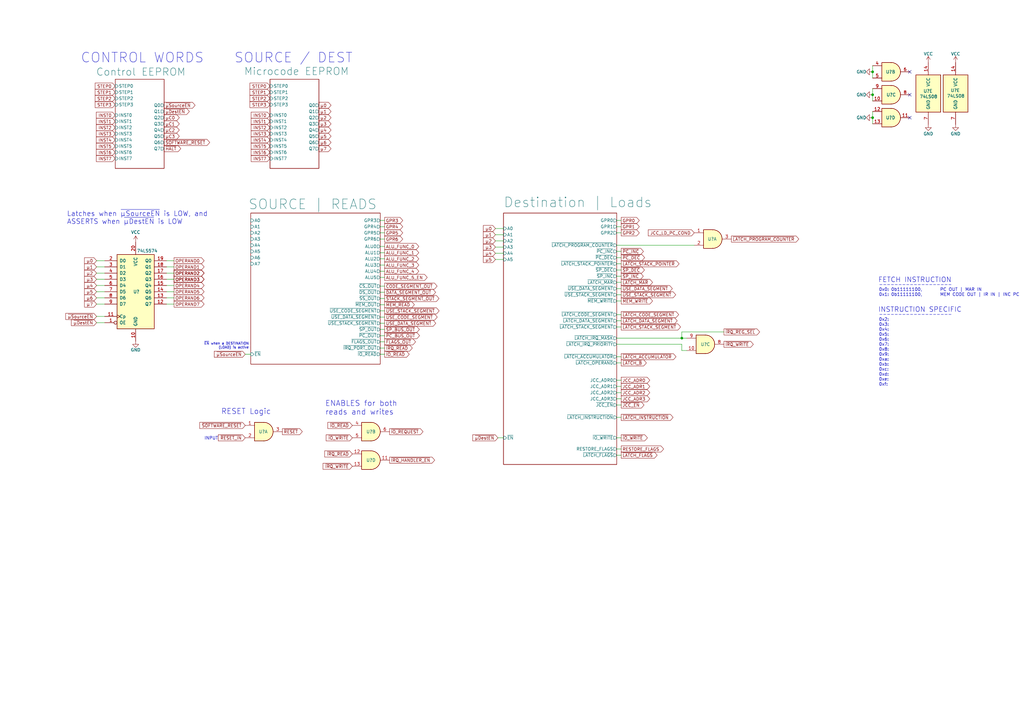
<source format=kicad_sch>
(kicad_sch (version 20211123) (generator eeschema)
  (paper "A3")
  (lib_symbols
    (symbol "74xx:74LS08" (pin_names (offset 1.016))
      (property "Reference" "U" (at 0 1.27 0))
      (property "Value" "74LS08" (at 0 -1.27 0))
      (symbol "74LS08_1_1"
        (arc (start 0 -3.81) (mid 3.81 0) (end 0 3.81) (stroke (width 0.254)) (fill (type background)))
        (polyline (pts (xy 0 3.81) (xy -3.81 3.81) (xy -3.81 -3.81) (xy 0 -3.81)) (stroke (width 0.254)) (fill (type background)))
        (pin input line (at -7.62 2.54 0) (length 3.81) (name "~") (number "1"))
        (pin input line (at -7.62 -2.54 0) (length 3.81) (name "~") (number "2"))
        (pin output line (at 7.62 0 180) (length 3.81) (name "~") (number "3"))
      )
      (symbol "74LS08_1_2"
        (arc (start -3.81 -3.81) (mid -2.589 0) (end -3.81 3.81) (stroke (width 0.254)))
        (arc (start -0.6096 -3.81) (mid 2.1855 -2.584) (end 3.81 0) (stroke (width 0.254)) (fill (type background)))
        (polyline (pts (xy -3.81 -3.81) (xy -0.635 -3.81)) (stroke (width 0.254)) (fill (type background)))
        (polyline (pts (xy -3.81 3.81) (xy -0.635 3.81)) (stroke (width 0.254)) (fill (type background)))
        (polyline (pts (xy -0.635 3.81) (xy -3.81 3.81) (xy -3.81 3.81) (xy -3.556 3.4036) (xy -3.0226 2.2606) (xy -2.6924 1.0414) (xy -2.6162 -0.254) (xy -2.7686 -1.4986) (xy -3.175 -2.7178) (xy -3.81 -3.81) (xy -3.81 -3.81) (xy -0.635 -3.81)) (stroke (width -25.4)) (fill (type background)))
        (arc (start 3.81 0) (mid 2.1928 2.5925) (end -0.6096 3.81) (stroke (width 0.254)) (fill (type background)))
        (pin input inverted (at -7.62 2.54 0) (length 4.318) (name "~") (number "1"))
        (pin input inverted (at -7.62 -2.54 0) (length 4.318) (name "~") (number "2"))
        (pin output inverted (at 7.62 0 180) (length 3.81) (name "~") (number "3"))
      )
      (symbol "74LS08_2_1"
        (arc (start 0 -3.81) (mid 3.81 0) (end 0 3.81) (stroke (width 0.254)) (fill (type background)))
        (polyline (pts (xy 0 3.81) (xy -3.81 3.81) (xy -3.81 -3.81) (xy 0 -3.81)) (stroke (width 0.254)) (fill (type background)))
        (pin input line (at -7.62 2.54 0) (length 3.81) (name "~") (number "4"))
        (pin input line (at -7.62 -2.54 0) (length 3.81) (name "~") (number "5"))
        (pin output line (at 7.62 0 180) (length 3.81) (name "~") (number "6"))
      )
      (symbol "74LS08_2_2"
        (arc (start -3.81 -3.81) (mid -2.589 0) (end -3.81 3.81) (stroke (width 0.254)))
        (arc (start -0.6096 -3.81) (mid 2.1855 -2.584) (end 3.81 0) (stroke (width 0.254)) (fill (type background)))
        (polyline (pts (xy -3.81 -3.81) (xy -0.635 -3.81)) (stroke (width 0.254)) (fill (type background)))
        (polyline (pts (xy -3.81 3.81) (xy -0.635 3.81)) (stroke (width 0.254)) (fill (type background)))
        (polyline (pts (xy -0.635 3.81) (xy -3.81 3.81) (xy -3.81 3.81) (xy -3.556 3.4036) (xy -3.0226 2.2606) (xy -2.6924 1.0414) (xy -2.6162 -0.254) (xy -2.7686 -1.4986) (xy -3.175 -2.7178) (xy -3.81 -3.81) (xy -3.81 -3.81) (xy -0.635 -3.81)) (stroke (width -25.4)) (fill (type background)))
        (arc (start 3.81 0) (mid 2.1928 2.5925) (end -0.6096 3.81) (stroke (width 0.254)) (fill (type background)))
        (pin input inverted (at -7.62 2.54 0) (length 4.318) (name "~") (number "4"))
        (pin input inverted (at -7.62 -2.54 0) (length 4.318) (name "~") (number "5"))
        (pin output inverted (at 7.62 0 180) (length 3.81) (name "~") (number "6"))
      )
      (symbol "74LS08_3_1"
        (arc (start 0 -3.81) (mid 3.81 0) (end 0 3.81) (stroke (width 0.254)) (fill (type background)))
        (polyline (pts (xy 0 3.81) (xy -3.81 3.81) (xy -3.81 -3.81) (xy 0 -3.81)) (stroke (width 0.254)) (fill (type background)))
        (pin input line (at -7.62 -2.54 0) (length 3.81) (name "~") (number "10"))
        (pin output line (at 7.62 0 180) (length 3.81) (name "~") (number "8"))
        (pin input line (at -7.62 2.54 0) (length 3.81) (name "~") (number "9"))
      )
      (symbol "74LS08_3_2"
        (arc (start -3.81 -3.81) (mid -2.589 0) (end -3.81 3.81) (stroke (width 0.254)))
        (arc (start -0.6096 -3.81) (mid 2.1855 -2.584) (end 3.81 0) (stroke (width 0.254)) (fill (type background)))
        (polyline (pts (xy -3.81 -3.81) (xy -0.635 -3.81)) (stroke (width 0.254)) (fill (type background)))
        (polyline (pts (xy -3.81 3.81) (xy -0.635 3.81)) (stroke (width 0.254)) (fill (type background)))
        (polyline (pts (xy -0.635 3.81) (xy -3.81 3.81) (xy -3.81 3.81) (xy -3.556 3.4036) (xy -3.0226 2.2606) (xy -2.6924 1.0414) (xy -2.6162 -0.254) (xy -2.7686 -1.4986) (xy -3.175 -2.7178) (xy -3.81 -3.81) (xy -3.81 -3.81) (xy -0.635 -3.81)) (stroke (width -25.4)) (fill (type background)))
        (arc (start 3.81 0) (mid 2.1928 2.5925) (end -0.6096 3.81) (stroke (width 0.254)) (fill (type background)))
        (pin input inverted (at -7.62 -2.54 0) (length 4.318) (name "~") (number "10"))
        (pin output inverted (at 7.62 0 180) (length 3.81) (name "~") (number "8"))
        (pin input inverted (at -7.62 2.54 0) (length 4.318) (name "~") (number "9"))
      )
      (symbol "74LS08_4_1"
        (arc (start 0 -3.81) (mid 3.81 0) (end 0 3.81) (stroke (width 0.254)) (fill (type background)))
        (polyline (pts (xy 0 3.81) (xy -3.81 3.81) (xy -3.81 -3.81) (xy 0 -3.81)) (stroke (width 0.254)) (fill (type background)))
        (pin output line (at 7.62 0 180) (length 3.81) (name "~") (number "11"))
        (pin input line (at -7.62 2.54 0) (length 3.81) (name "~") (number "12"))
        (pin input line (at -7.62 -2.54 0) (length 3.81) (name "~") (number "13"))
      )
      (symbol "74LS08_4_2"
        (arc (start -3.81 -3.81) (mid -2.589 0) (end -3.81 3.81) (stroke (width 0.254)))
        (arc (start -0.6096 -3.81) (mid 2.1855 -2.584) (end 3.81 0) (stroke (width 0.254)) (fill (type background)))
        (polyline (pts (xy -3.81 -3.81) (xy -0.635 -3.81)) (stroke (width 0.254)) (fill (type background)))
        (polyline (pts (xy -3.81 3.81) (xy -0.635 3.81)) (stroke (width 0.254)) (fill (type background)))
        (polyline (pts (xy -0.635 3.81) (xy -3.81 3.81) (xy -3.81 3.81) (xy -3.556 3.4036) (xy -3.0226 2.2606) (xy -2.6924 1.0414) (xy -2.6162 -0.254) (xy -2.7686 -1.4986) (xy -3.175 -2.7178) (xy -3.81 -3.81) (xy -3.81 -3.81) (xy -0.635 -3.81)) (stroke (width -25.4)) (fill (type background)))
        (arc (start 3.81 0) (mid 2.1928 2.5925) (end -0.6096 3.81) (stroke (width 0.254)) (fill (type background)))
        (pin output inverted (at 7.62 0 180) (length 3.81) (name "~") (number "11"))
        (pin input inverted (at -7.62 2.54 0) (length 4.318) (name "~") (number "12"))
        (pin input inverted (at -7.62 -2.54 0) (length 4.318) (name "~") (number "13"))
      )
      (symbol "74LS08_5_0"
        (pin power_in line (at 0 12.7 270) (length 5.08) (name "VCC") (number "14"))
        (pin power_in line (at 0 -12.7 90) (length 5.08) (name "GND") (number "7"))
      )
      (symbol "74LS08_5_1"
        (rectangle (start -5.08 7.62) (end 5.08 -7.62) (stroke (width 0.254)) (fill (type background)))
      )
    )
    (symbol "74xx:74LS574" (pin_names (offset 1.016))
      (property "Reference" "U" (at -7.62 16.51 0))
      (property "Value" "74LS574" (at -7.62 -16.51 0))
      (symbol "74LS574_1_0"
        (pin input inverted (at -12.7 -12.7 0) (length 5.08) (name "OE") (number "1"))
        (pin power_in line (at 0 -20.32 90) (length 5.08) (name "GND") (number "10"))
        (pin input clock (at -12.7 -10.16 0) (length 5.08) (name "Cp") (number "11"))
        (pin tri_state line (at 12.7 -5.08 180) (length 5.08) (name "Q7") (number "12"))
        (pin tri_state line (at 12.7 -2.54 180) (length 5.08) (name "Q6") (number "13"))
        (pin tri_state line (at 12.7 0 180) (length 5.08) (name "Q5") (number "14"))
        (pin tri_state line (at 12.7 2.54 180) (length 5.08) (name "Q4") (number "15"))
        (pin tri_state line (at 12.7 5.08 180) (length 5.08) (name "Q3") (number "16"))
        (pin tri_state line (at 12.7 7.62 180) (length 5.08) (name "Q2") (number "17"))
        (pin tri_state line (at 12.7 10.16 180) (length 5.08) (name "Q1") (number "18"))
        (pin tri_state line (at 12.7 12.7 180) (length 5.08) (name "Q0") (number "19"))
        (pin input line (at -12.7 12.7 0) (length 5.08) (name "D0") (number "2"))
        (pin power_in line (at 0 20.32 270) (length 5.08) (name "VCC") (number "20"))
        (pin input line (at -12.7 10.16 0) (length 5.08) (name "D1") (number "3"))
        (pin input line (at -12.7 7.62 0) (length 5.08) (name "D2") (number "4"))
        (pin input line (at -12.7 5.08 0) (length 5.08) (name "D3") (number "5"))
        (pin input line (at -12.7 2.54 0) (length 5.08) (name "D4") (number "6"))
        (pin input line (at -12.7 0 0) (length 5.08) (name "D5") (number "7"))
        (pin input line (at -12.7 -2.54 0) (length 5.08) (name "D6") (number "8"))
        (pin input line (at -12.7 -5.08 0) (length 5.08) (name "D7") (number "9"))
      )
      (symbol "74LS574_1_1"
        (rectangle (start -7.62 15.24) (end 7.62 -15.24) (stroke (width 0.254)) (fill (type background)))
      )
    )
    (symbol "power:GND" (power) (pin_names (offset 0))
      (property "Value" "GND" (at 0 -3.81 0))
      (symbol "GND_0_1"
        (polyline (pts (xy 0 0) (xy 0 -1.27) (xy 1.27 -1.27) (xy 0 -2.54) (xy -1.27 -1.27) (xy 0 -1.27)))
      )
      (symbol "GND_1_1"
        (pin power_in line (at 0 0 270) (length 0) hide (name "GND") (number "1"))
      )
    )
    (symbol "power:VCC" (power) (pin_names (offset 0))
      (property "Value" "VCC" (at 0 3.81 0))
      (symbol "VCC_0_1"
        (polyline (pts (xy -0.762 1.27) (xy 0 2.54)))
        (polyline (pts (xy 0 0) (xy 0 2.54)))
        (polyline (pts (xy 0 2.54) (xy 0.762 1.27)))
      )
      (symbol "VCC_1_1"
        (pin power_in line (at 0 0 90) (length 0) hide (name "VCC") (number "1"))
      )
    )
  )
  (junction (at 357.886 38.862))
  (junction (at 357.886 29.464))
  (junction (at 357.886 48.26))
  (junction (at 279.654 138.684))
  (no_connect (at 373.126 48.26))
  (no_connect (at 373.126 38.862))
  (no_connect (at 373.126 29.464))
  (wire (pts (xy 252.984 161.036) (xy 254.762 161.036)))
  (wire (pts (xy 357.886 29.464) (xy 357.886 32.004)))
  (wire (pts (xy 252.984 118.364) (xy 254.762 118.364)))
  (wire (pts (xy 357.886 26.924) (xy 357.886 29.464)))
  (wire (pts (xy 252.984 146.304) (xy 254.762 146.304)))
  (wire (pts (xy 155.956 90.424) (xy 157.734 90.424)))
  (wire (pts (xy 252.984 166.116) (xy 254.762 166.116)))
  (wire (pts (xy 252.984 90.424) (xy 254.762 90.424)))
  (wire (pts (xy 279.654 143.764) (xy 279.654 141.224)))
  (wire (pts (xy 155.956 135.128) (xy 157.734 135.128)))
  (wire (pts (xy 155.956 101.092) (xy 157.734 101.092)))
  (wire (pts (xy 252.984 108.204) (xy 254.762 108.204)))
  (wire (pts (xy 71.374 124.714) (xy 68.326 124.714)))
  (wire (pts (xy 155.956 111.252) (xy 157.734 111.252)))
  (wire (pts (xy 203.2 98.806) (xy 206.502 98.806)))
  (wire (pts (xy 252.984 92.964) (xy 254.762 92.964)))
  (wire (pts (xy 71.374 122.174) (xy 68.326 122.174)))
  (wire (pts (xy 155.956 124.968) (xy 157.734 124.968)))
  (wire (pts (xy 39.624 122.174) (xy 42.926 122.174)))
  (wire (pts (xy 155.956 122.428) (xy 157.734 122.428)))
  (wire (pts (xy 39.624 129.794) (xy 42.926 129.794)))
  (wire (pts (xy 252.984 131.572) (xy 254.762 131.572)))
  (wire (pts (xy 252.984 123.444) (xy 254.762 123.444)))
  (wire (pts (xy 252.984 171.196) (xy 254.762 171.196)))
  (wire (pts (xy 71.374 109.474) (xy 68.326 109.474)))
  (wire (pts (xy 155.956 119.888) (xy 157.734 119.888)))
  (wire (pts (xy 279.654 143.764) (xy 281.686 143.764)))
  (wire (pts (xy 357.886 36.322) (xy 357.886 38.862)))
  (wire (pts (xy 155.956 98.044) (xy 157.734 98.044)))
  (wire (pts (xy 252.984 186.69) (xy 254.762 186.69)))
  (wire (pts (xy 204.216 179.578) (xy 206.502 179.578)))
  (wire (pts (xy 296.926 136.144) (xy 279.654 136.144)))
  (wire (pts (xy 357.886 48.26) (xy 357.886 50.8)))
  (wire (pts (xy 252.984 163.576) (xy 254.762 163.576)))
  (wire (pts (xy 252.984 120.904) (xy 254.762 120.904)))
  (wire (pts (xy 252.984 105.664) (xy 254.762 105.664)))
  (wire (pts (xy 155.956 103.632) (xy 157.734 103.632)))
  (wire (pts (xy 279.654 138.684) (xy 281.686 138.684)))
  (wire (pts (xy 155.956 137.668) (xy 157.734 137.668)))
  (wire (pts (xy 155.956 145.288) (xy 157.734 145.288)))
  (wire (pts (xy 100.584 145.288) (xy 102.87 145.288)))
  (wire (pts (xy 39.624 112.014) (xy 42.926 112.014)))
  (wire (pts (xy 39.624 124.714) (xy 42.926 124.714)))
  (wire (pts (xy 252.984 179.578) (xy 254.762 179.578)))
  (wire (pts (xy 39.624 119.634) (xy 42.926 119.634)))
  (wire (pts (xy 155.956 127.508) (xy 157.734 127.508)))
  (wire (pts (xy 155.956 117.348) (xy 157.734 117.348)))
  (wire (pts (xy 71.374 117.094) (xy 68.326 117.094)))
  (wire (pts (xy 252.984 134.112) (xy 254.762 134.112)))
  (wire (pts (xy 71.374 114.554) (xy 68.326 114.554)))
  (wire (pts (xy 39.624 106.934) (xy 42.926 106.934)))
  (wire (pts (xy 39.624 109.474) (xy 42.926 109.474)))
  (wire (pts (xy 252.984 155.956) (xy 254.762 155.956)))
  (wire (pts (xy 252.984 115.824) (xy 254.762 115.824)))
  (wire (pts (xy 71.374 119.634) (xy 68.326 119.634)))
  (wire (pts (xy 155.956 92.964) (xy 157.734 92.964)))
  (wire (pts (xy 279.654 136.144) (xy 279.654 138.684)))
  (wire (pts (xy 252.984 138.684) (xy 279.654 138.684)))
  (wire (pts (xy 252.984 95.504) (xy 254.762 95.504)))
  (wire (pts (xy 155.956 130.048) (xy 157.734 130.048)))
  (wire (pts (xy 252.984 113.284) (xy 254.762 113.284)))
  (wire (pts (xy 252.984 158.496) (xy 254.762 158.496)))
  (wire (pts (xy 252.984 103.124) (xy 254.762 103.124)))
  (wire (pts (xy 155.956 132.588) (xy 157.734 132.588)))
  (wire (pts (xy 39.624 117.094) (xy 42.926 117.094)))
  (wire (pts (xy 203.2 103.886) (xy 206.502 103.886)))
  (wire (pts (xy 252.984 141.224) (xy 279.654 141.224)))
  (wire (pts (xy 39.624 132.334) (xy 42.926 132.334)))
  (wire (pts (xy 252.984 148.844) (xy 254.762 148.844)))
  (wire (pts (xy 252.984 110.744) (xy 254.762 110.744)))
  (wire (pts (xy 155.956 106.172) (xy 157.734 106.172)))
  (wire (pts (xy 155.956 142.748) (xy 157.734 142.748)))
  (wire (pts (xy 252.984 129.032) (xy 254.762 129.032)))
  (wire (pts (xy 203.2 101.346) (xy 206.502 101.346)))
  (wire (pts (xy 155.956 113.792) (xy 157.734 113.792)))
  (wire (pts (xy 357.886 38.862) (xy 357.886 41.402)))
  (wire (pts (xy 252.984 100.584) (xy 284.734 100.584)))
  (wire (pts (xy 203.2 93.726) (xy 206.502 93.726)))
  (wire (pts (xy 155.956 95.504) (xy 157.734 95.504)))
  (wire (pts (xy 357.886 45.72) (xy 357.886 48.26)))
  (wire (pts (xy 71.374 112.014) (xy 68.326 112.014)))
  (wire (pts (xy 203.2 96.266) (xy 206.502 96.266)))
  (wire (pts (xy 155.956 140.208) (xy 157.734 140.208)))
  (wire (pts (xy 203.2 106.426) (xy 206.502 106.426)))
  (wire (pts (xy 39.624 114.554) (xy 42.926 114.554)))
  (wire (pts (xy 71.374 106.934) (xy 68.326 106.934)))
  (wire (pts (xy 155.956 108.712) (xy 157.734 108.712)))
  (wire (pts (xy 252.984 184.15) (xy 254.762 184.15)))
  (text "Fetch Instruction" (at 449.326 -179.07 0) (effects (font (size 3 3)) (justify left bottom)))
  (text "PC OUT | MAR IN\nMEM CODE OUT | INST IN" (at 398.526 -177.8 0) (effects (font (size 2 2)) (justify left bottom)))
  (text "b." (at 392.176 -170.434 0) (effects (font (size 3 3)) (justify left bottom)))
  (text "CONTROL WORDS" (at 33.02 26.162 0) (effects (font (size 4 4)) (justify left bottom)))
  (text "Step 4 - Reset Step Counter" (at 391.922 -107.442 0) (effects (font (size 3 3)) (justify left bottom)))
  (text "Latches when ~{μSourceEN} is LOW, and\nASSERTS when ~{μDestEN} is LOW" (at 27.432 92.202 0) (effects (font (size 2 2)) (justify left bottom)))
  (text "asdf asdf asdf\nasdf asdf asdf" (at 398.526 -150.114 0) (effects (font (size 2 2)) (justify left bottom)))
  (text "Fetch Operand" (at 449.326 -170.434 0) (effects (font (size 3 3)) (justify left bottom)))
  (text "asdf asdf asdf\nasdf asdf asdf" (at 398.272 -123.698 0) (effects (font (size 2 2)) (justify left bottom)))
  (text "SOURCE / DEST" (at 96.012 26.162 0) (effects (font (size 4 4)) (justify left bottom)))
  (text "asdf asdf asdf\nasdf asdf asdf" (at 398.526 -142.24 0) (effects (font (size 2 2)) (justify left bottom)))
  (text "b." (at 391.922 -116.332 0) (effects (font (size 3 3)) (justify left bottom)))
  (text "FETCH INSTRUCTION" (at 360.172 116.078 0) (effects (font (size 2 2)) (justify left bottom)))
  (text "INSTRUCTION SPECIFIC" (at 360.172 128.27 0) (effects (font (size 2 2)) (justify left bottom)))
  (text "asdf asdf asdf\nasdf asdf asdf" (at 398.272 -115.824 0) (effects (font (size 2 2)) (justify left bottom)))
  (text "b." (at 392.176 -142.748 0) (effects (font (size 3 3)) (justify left bottom)))
  (text "a." (at 392.176 -151.13 0) (effects (font (size 3 3)) (justify left bottom)))
  (text "INPUT" (at 83.82 180.594 0) (effects (font (size 1.27 1.27)) (justify left bottom)))
  (text "~{EN} when a DESTINATION\n(LOAD) is active" (at 102.108 143.256 180) (effects (font (size 1 1)) (justify right bottom)))
  (text "PC OUT | MAR IN\nMEM CODE OUT | OPERAND IN" (at 398.526 -169.418 0) (effects (font (size 2 2)) (justify left bottom)))
  (text "-------------------\n0x0: 0b11111100,	PC OUT | MAR IN\n0x1: 0b11111100,	MEM CODE OUT | IR IN | INC PC\n\n\n\n-------------------\n0x2: \n0x3: \n0x4: \n0x5: \n0x6: \n0x7: \n0x8: \n0x9: \n0xa: \n0xb: \n0xc: \n0xd: \n0xe: \n0xf: " (at 360.426 158.496 0) (effects (font (size 1.27 1.27)) (justify left bottom)))
  (text "a." (at 392.176 -178.816 0) (effects (font (size 3 3)) (justify left bottom)))
  (text "Step 2 - Decode" (at 391.922 -160.02 0) (effects (font (size 3 3)) (justify left bottom)))
  (text "a." (at 391.922 -124.714 0) (effects (font (size 3 3)) (justify left bottom)))
  (text "Step 1 - Fetch" (at 391.922 -187.706 0) (effects (font (size 3 3)) (justify left bottom)))
  (text "ENABLES for both\nreads and writes" (at 133.35 170.434 0) (effects (font (size 2.2 2.2)) (justify left bottom)))
  (text "Step 3 - Execute" (at 391.668 -133.604 0) (effects (font (size 3 3)) (justify left bottom)))
  (text "RESET Logic" (at 90.678 170.18 0) (effects (font (size 2.2 2.2)) (justify left bottom)))
  (global_label "μ7" (shape input) (at 39.624 124.714 180) (property "Intersheet References" "${INTERSHEET_REFS}" (effects hide)))
  (global_label "μ2" (shape input) (at 203.2 98.806 180) (property "Intersheet References" "${INTERSHEET_REFS}" (effects hide)))
  (global_label "GPR4" (shape output) (at 157.734 92.964 0) (property "Intersheet References" "${INTERSHEET_REFS}" (effects hide)))
  (global_label "μ0" (shape input) (at 39.624 106.934 180) (property "Intersheet References" "${INTERSHEET_REFS}" (effects hide)))
  (global_label "~{USE_DATA_SEGMENT}" (shape output) (at 157.734 132.588 0) (property "Intersheet References" "${INTERSHEET_REFS}" (effects hide)))
  (global_label "μ1" (shape output) (at 130.81 45.72 0) (property "Intersheet References" "${INTERSHEET_REFS}" (effects hide)))
  (global_label "RESTORE_FLAGS" (shape output) (at 254.762 184.15 0) (property "Intersheet References" "${INTERSHEET_REFS}" (effects hide)))
  (global_label "GPR1" (shape output) (at 254.762 92.964 0) (property "Intersheet References" "${INTERSHEET_REFS}" (effects hide)))
  (global_label "~{PC_BUS_OUT}" (shape output) (at 157.734 137.668 0) (property "Intersheet References" "${INTERSHEET_REFS}" (effects hide)))
  (global_label "STEP3" (shape input) (at 110.744 42.926 180) (property "Intersheet References" "${INTERSHEET_REFS}" (effects hide)))
  (global_label "INST5" (shape input) (at 47.244 59.944 180) (property "Intersheet References" "${INTERSHEET_REFS}" (effects hide)))
  (global_label "GPR3" (shape output) (at 157.734 90.424 0) (property "Intersheet References" "${INTERSHEET_REFS}" (effects hide)))
  (global_label "OPERAND3" (shape output) (at 71.374 114.554 0) (property "Intersheet References" "${INTERSHEET_REFS}" (effects hide)))
  (global_label "~{PC_DEC}" (shape output) (at 254.762 105.664 0) (property "Intersheet References" "${INTERSHEET_REFS}" (effects hide)))
  (global_label "μC3" (shape output) (at 67.31 55.88 0) (property "Intersheet References" "${INTERSHEET_REFS}" (effects hide)))
  (global_label "INST6" (shape input) (at 47.244 62.484 180) (property "Intersheet References" "${INTERSHEET_REFS}" (effects hide)))
  (global_label "μ5" (shape output) (at 130.81 55.88 0) (property "Intersheet References" "${INTERSHEET_REFS}" (effects hide)))
  (global_label "μC1" (shape output) (at 67.31 50.8 0) (property "Intersheet References" "${INTERSHEET_REFS}" (effects hide)))
  (global_label "~{SP_BUS_OUT}" (shape output) (at 157.734 135.128 0) (property "Intersheet References" "${INTERSHEET_REFS}" (effects hide)))
  (global_label "INST0" (shape input) (at 110.744 47.244 180) (property "Intersheet References" "${INTERSHEET_REFS}" (effects hide)))
  (global_label "ALU_FUNC_2" (shape output) (at 157.734 106.172 0) (property "Intersheet References" "${INTERSHEET_REFS}" (effects hide)))
  (global_label "STEP3" (shape input) (at 47.244 42.926 180) (property "Intersheet References" "${INTERSHEET_REFS}" (effects hide)))
  (global_label "INST7" (shape input) (at 47.244 65.024 180) (property "Intersheet References" "${INTERSHEET_REFS}" (effects hide)))
  (global_label "~{LATCH_INSTRUCTION}" (shape output) (at 254.762 171.196 0) (property "Intersheet References" "${INTERSHEET_REFS}" (effects hide)))
  (global_label "μ2" (shape input) (at 39.624 112.014 180) (property "Intersheet References" "${INTERSHEET_REFS}" (effects hide)))
  (global_label "μ6" (shape input) (at 39.624 122.174 180) (property "Intersheet References" "${INTERSHEET_REFS}" (effects hide)))
  (global_label "INST5" (shape input) (at 110.744 59.944 180) (property "Intersheet References" "${INTERSHEET_REFS}" (effects hide)))
  (global_label "OPERAND6" (shape output) (at 71.374 122.174 0) (property "Intersheet References" "${INTERSHEET_REFS}" (effects hide)))
  (global_label "~{LATCH_DATA_SEGMENT}" (shape output) (at 254.762 131.572 0) (property "Intersheet References" "${INTERSHEET_REFS}" (effects hide)))
  (global_label "OPERAND0" (shape output) (at 71.374 106.934 0) (property "Intersheet References" "${INTERSHEET_REFS}" (effects hide)))
  (global_label "JCC_ADR2" (shape output) (at 254.762 161.036 0) (property "Intersheet References" "${INTERSHEET_REFS}" (effects hide)))
  (global_label "OPERAND7" (shape output) (at 71.374 124.714 0) (property "Intersheet References" "${INTERSHEET_REFS}" (effects hide)))
  (global_label "JCC_ADR1" (shape output) (at 254.762 158.496 0) (property "Intersheet References" "${INTERSHEET_REFS}" (effects hide)))
  (global_label "JCC_ADR3" (shape output) (at 254.762 163.576 0) (property "Intersheet References" "${INTERSHEET_REFS}" (effects hide)))
  (global_label "~{LATCH_PROGRAM_COUNTER}" (shape output) (at 299.974 98.044 0) (property "Intersheet References" "${INTERSHEET_REFS}" (effects hide)))
  (global_label "~{RESET}" (shape output) (at 115.824 177.038 0) (property "Intersheet References" "${INTERSHEET_REFS}" (effects hide)))
  (global_label "INST4" (shape input) (at 47.244 57.404 180) (property "Intersheet References" "${INTERSHEET_REFS}" (effects hide)))
  (global_label "~{USE_DATA_SEGMENT}" (shape output) (at 254.762 118.364 0) (property "Intersheet References" "${INTERSHEET_REFS}" (effects hide)))
  (global_label "μ4" (shape input) (at 203.2 103.886 180) (property "Intersheet References" "${INTERSHEET_REFS}" (effects hide)))
  (global_label "μ0" (shape output) (at 130.81 43.18 0) (property "Intersheet References" "${INTERSHEET_REFS}" (effects hide)))
  (global_label "~{IRQ_REG_SEL}" (shape output) (at 296.926 136.144 0) (property "Intersheet References" "${INTERSHEET_REFS}" (effects hide)))
  (global_label "OPERAND5" (shape output) (at 71.374 119.634 0) (property "Intersheet References" "${INTERSHEET_REFS}" (effects hide)))
  (global_label "~{μDestEN}" (shape output) (at 67.31 45.72 0) (property "Intersheet References" "${INTERSHEET_REFS}" (effects hide)))
  (global_label "~{LATCH_CODE_SEGMENT}" (shape output) (at 254.762 129.032 0) (property "Intersheet References" "${INTERSHEET_REFS}" (effects hide)))
  (global_label "GPR0" (shape output) (at 254.762 90.424 0) (property "Intersheet References" "${INTERSHEET_REFS}" (effects hide)))
  (global_label "~{SP_DEC}" (shape output) (at 254.762 110.744 0) (property "Intersheet References" "${INTERSHEET_REFS}" (effects hide)))
  (global_label "INST3" (shape input) (at 110.744 54.864 180) (property "Intersheet References" "${INTERSHEET_REFS}" (effects hide)))
  (global_label "OPERAND3" (shape output) (at 71.374 114.554 0) (property "Intersheet References" "${INTERSHEET_REFS}" (effects hide)))
  (global_label "μ4" (shape output) (at 130.81 53.34 0) (property "Intersheet References" "${INTERSHEET_REFS}" (effects hide)))
  (global_label "~{IRQ_WRITE}" (shape input) (at 144.526 191.262 180) (property "Intersheet References" "${INTERSHEET_REFS}" (effects hide)))
  (global_label "ALU_FUNC_0" (shape output) (at 157.734 101.092 0) (property "Intersheet References" "${INTERSHEET_REFS}" (effects hide)))
  (global_label "~{DATA_SEGMENT_OUT}" (shape output) (at 157.734 119.888 0) (property "Intersheet References" "${INTERSHEET_REFS}" (effects hide)))
  (global_label "~{PC_INC}" (shape output) (at 254.762 103.124 0) (property "Intersheet References" "${INTERSHEET_REFS}" (effects hide)))
  (global_label "~{IRQ_READ}" (shape input) (at 144.526 186.182 180) (property "Intersheet References" "${INTERSHEET_REFS}" (effects hide)))
  (global_label "JCC_ADR0" (shape output) (at 254.762 155.956 0) (property "Intersheet References" "${INTERSHEET_REFS}" (effects hide)))
  (global_label "ALU_FUNC_5_EN" (shape output) (at 157.734 113.792 0) (property "Intersheet References" "${INTERSHEET_REFS}" (effects hide)))
  (global_label "STEP0" (shape input) (at 110.744 35.306 180) (property "Intersheet References" "${INTERSHEET_REFS}" (effects hide)))
  (global_label "INST2" (shape input) (at 47.244 52.324 180) (property "Intersheet References" "${INTERSHEET_REFS}" (effects hide)))
  (global_label "~{USE_STACK_SEGMENT}" (shape output) (at 254.762 120.904 0) (property "Intersheet References" "${INTERSHEET_REFS}" (effects hide)))
  (global_label "~{USE_STACK_SEGMENT}" (shape output) (at 157.734 127.508 0) (property "Intersheet References" "${INTERSHEET_REFS}" (effects hide)))
  (global_label "μ5" (shape input) (at 39.624 119.634 180) (property "Intersheet References" "${INTERSHEET_REFS}" (effects hide)))
  (global_label "GPR5" (shape output) (at 157.734 95.504 0) (property "Intersheet References" "${INTERSHEET_REFS}" (effects hide)))
  (global_label "~{CODE_SEGMENT_OUT}" (shape output) (at 157.734 117.348 0) (property "Intersheet References" "${INTERSHEET_REFS}" (effects hide)))
  (global_label "INST2" (shape input) (at 110.744 52.324 180) (property "Intersheet References" "${INTERSHEET_REFS}" (effects hide)))
  (global_label "~{HALT}" (shape output) (at 67.31 60.96 0) (property "Intersheet References" "${INTERSHEET_REFS}" (effects hide)))
  (global_label "STEP0" (shape input) (at 47.244 35.306 180) (property "Intersheet References" "${INTERSHEET_REFS}" (effects hide)))
  (global_label "ALU_FUNC_3" (shape output) (at 157.734 108.712 0) (property "Intersheet References" "${INTERSHEET_REFS}" (effects hide)))
  (global_label "~{LATCH_FLAGS}" (shape output) (at 254.762 186.69 0) (property "Intersheet References" "${INTERSHEET_REFS}" (effects hide)))
  (global_label "OPERAND1" (shape output) (at 71.374 109.474 0) (property "Intersheet References" "${INTERSHEET_REFS}" (effects hide)))
  (global_label "~{SOFTWARE_RESET}" (shape input) (at 100.584 174.498 180) (property "Intersheet References" "${INTERSHEET_REFS}" (effects hide)))
  (global_label "ALU_FUNC_1" (shape output) (at 157.734 103.632 0) (property "Intersheet References" "${INTERSHEET_REFS}" (effects hide)))
  (global_label "~{μDestEN}" (shape input) (at 204.216 179.578 180) (property "Intersheet References" "${INTERSHEET_REFS}" (effects hide)))
  (global_label "~{USE_CODE_SEGMENT}" (shape output) (at 157.734 130.048 0) (property "Intersheet References" "${INTERSHEET_REFS}" (effects hide)))
  (global_label "~{RESET_IN}" (shape input) (at 100.584 179.578 180) (property "Intersheet References" "${INTERSHEET_REFS}" (effects hide)))
  (global_label "JCC_LD_PC_COND" (shape input) (at 284.734 95.504 180) (property "Intersheet References" "${INTERSHEET_REFS}" (effects hide)))
  (global_label "INST3" (shape input) (at 47.244 54.864 180) (property "Intersheet References" "${INTERSHEET_REFS}" (effects hide)))
  (global_label "STEP2" (shape input) (at 47.244 40.386 180) (property "Intersheet References" "${INTERSHEET_REFS}" (effects hide)))
  (global_label "~{LATCH_STACK_SEGMENT}" (shape output) (at 254.762 134.112 0) (property "Intersheet References" "${INTERSHEET_REFS}" (effects hide)))
  (global_label "~{IO_READ}" (shape output) (at 157.734 145.288 0) (property "Intersheet References" "${INTERSHEET_REFS}" (effects hide)))
  (global_label "~{MEM_WRITE}" (shape output) (at 254.762 123.444 0) (property "Intersheet References" "${INTERSHEET_REFS}" (effects hide)))
  (global_label "~{LATCH_ACCUMULATOR}" (shape output) (at 254.762 146.304 0) (property "Intersheet References" "${INTERSHEET_REFS}" (effects hide)))
  (global_label "~{STACK_SEGMENT_OUT}" (shape output) (at 157.734 122.428 0) (property "Intersheet References" "${INTERSHEET_REFS}" (effects hide)))
  (global_label "INST1" (shape input) (at 47.244 49.784 180) (property "Intersheet References" "${INTERSHEET_REFS}" (effects hide)))
  (global_label "STEP1" (shape input) (at 47.244 37.846 180) (property "Intersheet References" "${INTERSHEET_REFS}" (effects hide)))
  (global_label "~{SP_INC}" (shape output) (at 254.762 113.284 0) (property "Intersheet References" "${INTERSHEET_REFS}" (effects hide)))
  (global_label "μ4" (shape input) (at 39.624 117.094 180) (property "Intersheet References" "${INTERSHEET_REFS}" (effects hide)))
  (global_label "μC2" (shape output) (at 67.31 53.34 0) (property "Intersheet References" "${INTERSHEET_REFS}" (effects hide)))
  (global_label "μ3" (shape input) (at 39.624 114.554 180) (property "Intersheet References" "${INTERSHEET_REFS}" (effects hide)))
  (global_label "~{LATCH_STACK_POINTER}" (shape output) (at 254.762 108.204 0) (property "Intersheet References" "${INTERSHEET_REFS}" (effects hide)))
  (global_label "INST4" (shape input) (at 110.744 57.404 180) (property "Intersheet References" "${INTERSHEET_REFS}" (effects hide)))
  (global_label "μ1" (shape input) (at 39.624 109.474 180) (property "Intersheet References" "${INTERSHEET_REFS}" (effects hide)))
  (global_label "~{IO_REQUEST}" (shape output) (at 159.766 177.038 0) (property "Intersheet References" "${INTERSHEET_REFS}" (effects hide)))
  (global_label "INST0" (shape input) (at 47.244 47.244 180) (property "Intersheet References" "${INTERSHEET_REFS}" (effects hide)))
  (global_label "ALU_FUNC_4" (shape output) (at 157.734 111.252 0) (property "Intersheet References" "${INTERSHEET_REFS}" (effects hide)))
  (global_label "~{IO_WRITE}" (shape output) (at 254.762 179.578 0) (property "Intersheet References" "${INTERSHEET_REFS}" (effects hide)))
  (global_label "~{LATCH_MAR}" (shape output) (at 254.762 115.824 0) (property "Intersheet References" "${INTERSHEET_REFS}" (effects hide)))
  (global_label "STEP2" (shape input) (at 110.744 40.386 180) (property "Intersheet References" "${INTERSHEET_REFS}" (effects hide)))
  (global_label "μ1" (shape input) (at 203.2 96.266 180) (property "Intersheet References" "${INTERSHEET_REFS}" (effects hide)))
  (global_label "INST6" (shape input) (at 110.744 62.484 180) (property "Intersheet References" "${INTERSHEET_REFS}" (effects hide)))
  (global_label "~{IO_READ}" (shape input) (at 144.526 174.498 180) (property "Intersheet References" "${INTERSHEET_REFS}" (effects hide)))
  (global_label "STEP1" (shape input) (at 110.744 37.846 180) (property "Intersheet References" "${INTERSHEET_REFS}" (effects hide)))
  (global_label "~{SOFTWARE_RESET}" (shape output) (at 67.31 58.42 0) (property "Intersheet References" "${INTERSHEET_REFS}" (effects hide)))
  (global_label "~{LATCH_B}" (shape output) (at 254.762 148.844 0) (property "Intersheet References" "${INTERSHEET_REFS}" (effects hide)))
  (global_label "~{μSourceEN}" (shape input) (at 100.584 145.288 180) (property "Intersheet References" "${INTERSHEET_REFS}" (effects hide)))
  (global_label "μ6" (shape output) (at 130.81 58.42 0) (property "Intersheet References" "${INTERSHEET_REFS}" (effects hide)))
  (global_label "~{MEM_READ}" (shape output) (at 157.734 124.968 0) (property "Intersheet References" "${INTERSHEET_REFS}" (effects hide)))
  (global_label "~{IRQ_WRITE}" (shape output) (at 296.926 141.224 0) (property "Intersheet References" "${INTERSHEET_REFS}" (effects hide)))
  (global_label "~{μSourceEN}" (shape output) (at 67.31 43.18 0) (property "Intersheet References" "${INTERSHEET_REFS}" (effects hide)))
  (global_label "μ7" (shape output) (at 130.81 60.96 0) (property "Intersheet References" "${INTERSHEET_REFS}" (effects hide)))
  (global_label "~{FLAGS_OUT}" (shape output) (at 157.734 140.208 0) (property "Intersheet References" "${INTERSHEET_REFS}" (effects hide)))
  (global_label "~{IO_WRITE}" (shape input) (at 144.526 179.578 180) (property "Intersheet References" "${INTERSHEET_REFS}" (effects hide)))
  (global_label "OPERAND4" (shape output) (at 71.374 117.094 0) (property "Intersheet References" "${INTERSHEET_REFS}" (effects hide)))
  (global_label "μ3" (shape input) (at 203.2 101.346 180) (property "Intersheet References" "${INTERSHEET_REFS}" (effects hide)))
  (global_label "μ3" (shape output) (at 130.81 50.8 0) (property "Intersheet References" "${INTERSHEET_REFS}" (effects hide)))
  (global_label "~{μDestEN}" (shape input) (at 39.624 132.334 180) (property "Intersheet References" "${INTERSHEET_REFS}" (effects hide)))
  (global_label "OPERAND2" (shape output) (at 71.374 112.014 0) (property "Intersheet References" "${INTERSHEET_REFS}" (effects hide)))
  (global_label "INST1" (shape input) (at 110.744 49.784 180) (property "Intersheet References" "${INTERSHEET_REFS}" (effects hide)))
  (global_label "μ0" (shape input) (at 203.2 93.726 180) (property "Intersheet References" "${INTERSHEET_REFS}" (effects hide)))
  (global_label "OPERAND2" (shape output) (at 71.374 112.014 0) (property "Intersheet References" "${INTERSHEET_REFS}" (effects hide)))
  (global_label "INST7" (shape input) (at 110.744 65.024 180) (property "Intersheet References" "${INTERSHEET_REFS}" (effects hide)))
  (global_label "~{IRQ_READ}" (shape output) (at 157.734 142.748 0) (property "Intersheet References" "${INTERSHEET_REFS}" (effects hide)))
  (global_label "μ2" (shape output) (at 130.81 48.26 0) (property "Intersheet References" "${INTERSHEET_REFS}" (effects hide)))
  (global_label "~{JCC_EN}" (shape output) (at 254.762 166.116 0) (property "Intersheet References" "${INTERSHEET_REFS}" (effects hide)))
  (global_label "μ5" (shape input) (at 203.2 106.426 180) (property "Intersheet References" "${INTERSHEET_REFS}" (effects hide)))
  (global_label "~{IRQ_HANDLER_EN}" (shape output) (at 159.766 188.722 0) (property "Intersheet References" "${INTERSHEET_REFS}" (effects hide)))
  (global_label "GPR6" (shape output) (at 157.734 98.044 0) (property "Intersheet References" "${INTERSHEET_REFS}" (effects hide)))
  (global_label "μC0" (shape output) (at 67.31 48.26 0) (property "Intersheet References" "${INTERSHEET_REFS}" (effects hide)))
  (global_label "GPR2" (shape output) (at 254.762 95.504 0) (property "Intersheet References" "${INTERSHEET_REFS}" (effects hide)))
  (global_label "~{μSourceEN}" (shape input) (at 39.624 129.794 180) (property "Intersheet References" "${INTERSHEET_REFS}" (effects hide)))
  (symbol (lib_id "74xx:74LS08") (at 365.506 38.862 0) (unit 3)
    (property "Reference" "U?" (at 365.506 38.862 0))
    (property "Value" "74LS08" (effects hide))
    (property "Datasheet" "http://www.ti.com/lit/gpn/sn74LS08" (effects hide))
  )
  (symbol (lib_id "power:GND") (at 55.626 139.954 0) (unit 1)
    (property "Reference" "#PWR?" (effects hide))
    (property "Value" "GND" (at 55.626 143.51 0))
  )
  (symbol (lib_id "74xx:74LS08") (at 391.922 38.354 0) (unit 5)
    (property "Reference" "U?" (at 389.89 37.084 0) (effects (justify left)))
    (property "Value" "74LS08" (at 388.366 39.37 0) (effects (justify left)))
    (property "Datasheet" "http://www.ti.com/lit/gpn/sn74LS08" (effects hide))
  )
  (symbol (lib_id "74xx:74LS08") (at 380.746 38.354 0) (unit 5)
    (property "Reference" "U?" (at 378.714 37.338 0) (effects (justify left)))
    (property "Value" "74LS08" (at 377.19 39.624 0) (effects (justify left)))
    (property "Datasheet" "http://www.ti.com/lit/gpn/sn74LS08" (effects hide))
  )
  (symbol (lib_id "74xx:74LS08") (at 152.146 188.722 0) (unit 4)
    (property "Reference" "U?" (at 152.146 188.722 0))
    (property "Value" "74LS08" (effects hide))
    (property "Datasheet" "http://www.ti.com/lit/gpn/sn74LS08" (effects hide))
  )
  (symbol (lib_id "power:GND") (at 357.886 29.464 270) (unit 1)
    (property "Reference" "#PWR?" (effects hide))
    (property "Value" "GND" (at 353.314 29.464 90))
  )
  (symbol (lib_id "power:VCC") (at 391.922 25.654 0) (unit 1)
    (property "Reference" "#PWR?" (effects hide))
    (property "Value" "VCC" (at 391.922 22.098 0))
  )
  (symbol (lib_id "power:GND") (at 380.746 51.054 0) (unit 1)
    (property "Reference" "#PWR?" (effects hide))
    (property "Value" "GND" (at 380.746 54.864 0))
  )
  (symbol (lib_id "74xx:74LS08") (at 289.306 141.224 0) (unit 3)
    (property "Reference" "U?" (at 289.306 141.224 0))
    (property "Value" "74LS08" (effects hide))
    (property "Datasheet" "http://www.ti.com/lit/gpn/sn74LS08" (effects hide))
  )
  (symbol (lib_id "74xx:74LS08") (at 292.354 98.044 0) (unit 1)
    (property "Reference" "U?" (at 292.1 98.044 0))
    (property "Value" "74LS08" (effects hide))
    (property "Datasheet" "http://www.ti.com/lit/gpn/sn74LS08" (effects hide))
  )
  (symbol (lib_id "74xx:74LS08") (at 365.506 29.464 0) (unit 2)
    (property "Reference" "U?" (at 365.252 29.464 0))
    (property "Value" "74LS08" (effects hide))
    (property "Datasheet" "http://www.ti.com/lit/gpn/sn74LS08" (effects hide))
  )
  (symbol (lib_id "74xx:74LS08") (at 365.506 48.26 0) (unit 4)
    (property "Reference" "U?" (at 365.252 48.26 0))
    (property "Value" "74LS08" (effects hide))
    (property "Datasheet" "http://www.ti.com/lit/gpn/sn74LS08" (effects hide))
  )
  (symbol (lib_id "power:VCC") (at 380.746 25.654 0) (unit 1)
    (property "Reference" "#PWR?" (effects hide))
    (property "Value" "VCC" (at 380.746 22.098 0))
  )
  (symbol (lib_id "power:GND") (at 357.886 38.862 270) (unit 1)
    (property "Reference" "#PWR?" (effects hide))
    (property "Value" "GND" (at 353.314 38.862 90))
  )
  (symbol (lib_id "74xx:74LS08") (at 152.146 177.038 0) (unit 2)
    (property "Reference" "U?" (at 152.146 177.038 0))
    (property "Value" "74LS08" (effects hide))
    (property "Datasheet" "http://www.ti.com/lit/gpn/sn74LS08" (effects hide))
  )
  (symbol (lib_id "74xx:74LS574") (at 55.626 119.634 0) (unit 1)
    (property "Reference" "U?" (at 54.61 119.634 0) (effects (justify left)))
    (property "Value" "74LS574" (at 56.134 102.87 0) (effects (justify left)))
    (property "Datasheet" "http://www.ti.com/lit/gpn/sn74LS574" (effects hide))
  )
  (symbol (lib_id "74xx:74LS08") (at 108.204 177.038 0) (unit 1)
    (property "Reference" "U?" (at 107.95 177.038 0))
    (property "Value" "74LS08" (effects hide))
    (property "Datasheet" "http://www.ti.com/lit/gpn/sn74LS08" (effects hide))
  )
  (symbol (lib_id "power:GND") (at 391.922 51.054 0) (unit 1)
    (property "Reference" "#PWR?" (effects hide))
    (property "Value" "GND" (at 391.922 54.864 0))
  )
  (symbol (lib_id "power:GND") (at 357.886 48.26 270) (unit 1)
    (property "Reference" "#PWR?" (effects hide))
    (property "Value" "GND" (at 353.314 48.26 90))
  )
  (symbol (lib_id "power:VCC") (at 55.626 99.314 0) (unit 1)
    (property "Reference" "#PWR?" (effects hide))
    (property "Value" "VCC" (at 55.626 95.25 0))
  )
  (sheet (at 206.502 87.376) (size 46.482 103.124) (stroke (width 0.1524))
    (property "Sheet name" "Destination | Loads" (at 206.502 85.2994 0) (effects (font (size 4 4)) (justify left bottom)))
    (property "Sheet file" "source-loads.kicad_sch" (effects hide))
    (pin "A2" input (at 206.502 98.806 180))
    (pin "A3" input (at 206.502 101.346 180))
    (pin "A0" input (at 206.502 93.726 180))
    (pin "A1" input (at 206.502 96.266 180))
    (pin "GPR1" output (at 252.984 92.964 0))
    (pin "GPR0" output (at 252.984 90.424 0))
    (pin "GPR2" output (at 252.984 95.504 0))
    (pin "~{LATCH_PROGRAM_COUNTER}" output (at 252.984 100.584 0))
    (pin "~{LATCH_STACK_POINTER}" output (at 252.984 108.204 0))
    (pin "~{SP_DEC}" output (at 252.984 110.744 0))
    (pin "~{PC_INC}" output (at 252.984 103.124 0))
    (pin "~{LATCH_INSTRUCTION}" output (at 252.984 171.196 0))
    (pin "~{PC_DEC}" output (at 252.984 105.664 0))
    (pin "~{SP_INC}" output (at 252.984 113.284 0))
    (pin "RESTORE_FLAGS" output (at 252.984 184.15 0))
    (pin "~{LATCH_FLAGS}" output (at 252.984 186.69 0))
    (pin "~{LATCH_STACK_SEGMENT}" output (at 252.984 134.112 0))
    (pin "~{MEM_WRITE}" output (at 252.984 123.444 0))
    (pin "~{LATCH_DATA_SEGMENT}" output (at 252.984 131.572 0))
    (pin "~{LATCH_CODE_SEGMENT}" output (at 252.984 129.032 0))
    (pin "~{LATCH_IRQ_PRIORITY}" output (at 252.984 141.224 0))
    (pin "~{LATCH_IRQ_MASK}" output (at 252.984 138.684 0))
    (pin "~{IO_WRITE}" output (at 252.984 179.578 0))
    (pin "~{LATCH_OPERAND}" output (at 252.984 148.844 0))
    (pin "~{LATCH_ACCUMULATOR}" output (at 252.984 146.304 0))
    (pin "~{EN}" input (at 206.502 179.578 180))
    (pin "A4" input (at 206.502 103.886 180))
    (pin "A5" input (at 206.502 106.426 180))
    (pin "JCC_ADR2" output (at 252.984 161.036 0))
    (pin "JCC_ADR3" output (at 252.984 163.576 0))
    (pin "JCC_ADR1" output (at 252.984 158.496 0))
    (pin "JCC_ADR0" output (at 252.984 155.956 0))
    (pin "~{JCC_EN}" output (at 252.984 166.116 0))
    (pin "~{USE_STACK_SEGMENT}" output (at 252.984 120.904 0))
    (pin "~{USE_DATA_SEGMENT}" output (at 252.984 118.364 0))
    (pin "~{LATCH_MAR}" output (at 252.984 115.824 0))
  )
  (sheet (at 110.744 32.512) (size 20.066 36.576) (stroke (width 0.1524))
    (property "Sheet name" "Microcode EEPROM" (at 100.076 30.988 0) (effects (font (size 3 3)) (justify left bottom)))
    (property "Sheet file" "eeprom.kicad_sch" (effects hide))
    (pin "INST5" input (at 110.744 59.944 180))
    (pin "INST6" input (at 110.744 62.484 180))
    (pin "INST4" input (at 110.744 57.404 180))
    (pin "INST3" input (at 110.744 54.864 180))
    (pin "STEP1" input (at 110.744 37.846 180))
    (pin "STEP0" input (at 110.744 35.306 180))
    (pin "INST0" input (at 110.744 47.244 180))
    (pin "STEP2" input (at 110.744 40.386 180))
    (pin "INST2" input (at 110.744 52.324 180))
    (pin "STEP3" input (at 110.744 42.926 180))
    (pin "INST1" input (at 110.744 49.784 180))
    (pin "INST7" input (at 110.744 65.024 180))
    (pin "Q6" output (at 130.81 58.42 0))
    (pin "Q7" output (at 130.81 60.96 0))
    (pin "Q2" output (at 130.81 48.26 0))
    (pin "Q4" output (at 130.81 53.34 0))
    (pin "Q3" output (at 130.81 50.8 0))
    (pin "Q5" output (at 130.81 55.88 0))
    (pin "Q0" output (at 130.81 43.18 0))
    (pin "Q1" output (at 130.81 45.72 0))
  )
  (sheet (at 102.87 87.376) (size 53.086 61.976) (stroke (width 0.1524))
    (property "Sheet name" "SOURCE | READS" (at 101.854 86.106 0) (effects (font (size 4 4)) (justify left bottom)))
    (property "Sheet file" "source-reads.kicad_sch" (effects hide))
    (pin "A1" input (at 102.87 92.964 180))
    (pin "A0" input (at 102.87 90.424 180))
    (pin "A2" input (at 102.87 95.504 180))
    (pin "A3" input (at 102.87 98.044 180))
    (pin "A5" input (at 102.87 103.124 180))
    (pin "A4" input (at 102.87 100.584 180))
    (pin "~{EN}" input (at 102.87 145.288 180))
    (pin "GPR6" output (at 155.956 98.044 0))
    (pin "GPR4" output (at 155.956 92.964 0))
    (pin "GPR3" output (at 155.956 90.424 0))
    (pin "GPR5" output (at 155.956 95.504 0))
    (pin "A7" input (at 102.87 108.204 180))
    (pin "A6" input (at 102.87 105.664 180))
    (pin "ALU0" output (at 155.956 101.092 0))
    (pin "ALU3" output (at 155.956 108.712 0))
    (pin "ALU5" output (at 155.956 113.792 0))
    (pin "ALU2" output (at 155.956 106.172 0))
    (pin "ALU1" output (at 155.956 103.632 0))
    (pin "ALU4" output (at 155.956 111.252 0))
    (pin "~{PC_OUT}" output (at 155.956 137.668 0))
    (pin "~{SS_OUT}" output (at 155.956 122.428 0))
    (pin "~{DS_OUT}" output (at 155.956 119.888 0))
    (pin "~{CS_OUT}" output (at 155.956 117.348 0))
    (pin "~{MEM_OUT}" output (at 155.956 124.968 0))
    (pin "~{USE_DATA_SEGMENT}" output (at 155.956 130.048 0))
    (pin "~{USE_CODE_SEGMENT}" output (at 155.956 127.508 0))
    (pin "~{USE_STACK_SEGMENT}" output (at 155.956 132.588 0))
    (pin "~{IRQ_PORT_OUT}" output (at 155.956 142.748 0))
    (pin "~{IO_READ}" output (at 155.956 145.288 0))
    (pin "~{SP_OUT}" output (at 155.956 135.128 0))
    (pin "~{FLAGS_OUT}" output (at 155.956 140.208 0))
  )
  (sheet (at 47.244 32.512) (size 20.066 36.576) (stroke (width 0.1524))
    (property "Sheet name" "Control EEPROM" (at 39.37 31.242 0) (effects (font (size 3 3)) (justify left bottom)))
    (property "Sheet file" "eeprom.kicad_sch" (effects hide))
    (pin "INST5" input (at 47.244 59.944 180))
    (pin "INST6" input (at 47.244 62.484 180))
    (pin "INST4" input (at 47.244 57.404 180))
    (pin "INST3" input (at 47.244 54.864 180))
    (pin "STEP1" input (at 47.244 37.846 180))
    (pin "STEP0" input (at 47.244 35.306 180))
    (pin "INST0" input (at 47.244 47.244 180))
    (pin "STEP2" input (at 47.244 40.386 180))
    (pin "INST2" input (at 47.244 52.324 180))
    (pin "STEP3" input (at 47.244 42.926 180))
    (pin "INST1" input (at 47.244 49.784 180))
    (pin "INST7" input (at 47.244 65.024 180))
    (pin "Q6" output (at 67.31 58.42 0))
    (pin "Q7" output (at 67.31 60.96 0))
    (pin "Q2" output (at 67.31 48.26 0))
    (pin "Q4" output (at 67.31 53.34 0))
    (pin "Q3" output (at 67.31 50.8 0))
    (pin "Q5" output (at 67.31 55.88 0))
    (pin "Q0" output (at 67.31 43.18 0))
    (pin "Q1" output (at 67.31 45.72 0))
  )
)
</source>
